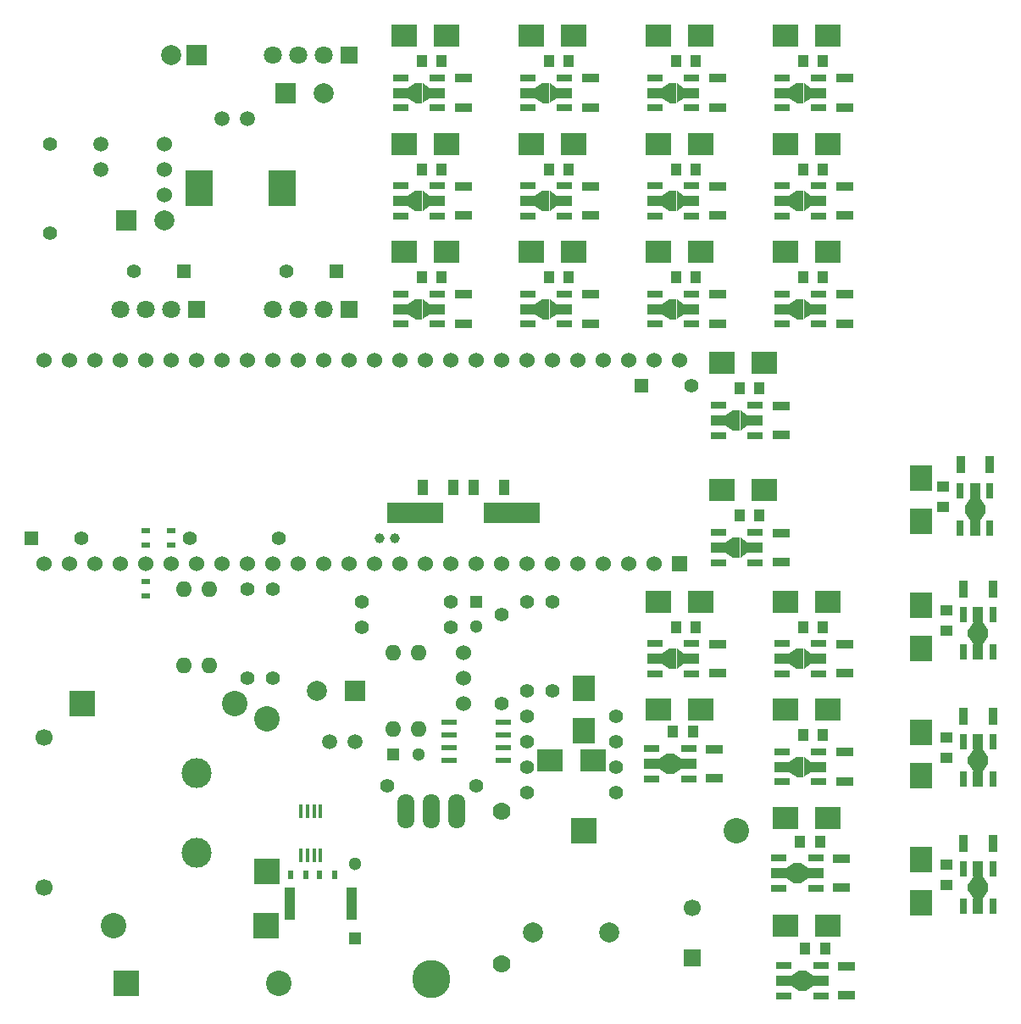
<source format=gts>
G04 #@! TF.FileFunction,Soldermask,Top*
%FSLAX46Y46*%
G04 Gerber Fmt 4.6, Leading zero omitted, Abs format (unit mm)*
G04 Created by KiCad (PCBNEW 4.0.0-rc1-stable) date 2015/09/16 10:56:14*
%MOMM*%
G01*
G04 APERTURE LIST*
%ADD10C,0.100000*%
%ADD11R,1.524000X1.524000*%
%ADD12C,1.524000*%
%ADD13R,1.400000X1.400000*%
%ADD14C,1.400000*%
%ADD15R,1.300000X1.300000*%
%ADD16C,1.300000*%
%ADD17C,1.501140*%
%ADD18C,1.700000*%
%ADD19R,1.700000X1.700000*%
%ADD20C,3.000000*%
%ADD21C,2.540000*%
%ADD22R,2.540000X2.540000*%
%ADD23C,1.998980*%
%ADD24R,1.998980X1.998980*%
%ADD25R,2.700000X3.600000*%
%ADD26O,1.699260X3.500120*%
%ADD27C,3.799840*%
%ADD28C,1.397000*%
%ADD29C,1.778000*%
%ADD30O,1.600000X1.600000*%
%ADD31R,1.550000X0.600000*%
%ADD32R,0.450000X1.450000*%
%ADD33R,5.600700X2.100580*%
%ADD34C,1.000760*%
%ADD35C,2.000000*%
%ADD36R,2.000000X2.000000*%
%ADD37C,1.800000*%
%ADD38R,1.800000X1.800000*%
%ADD39R,1.000000X1.600000*%
%ADD40R,1.250000X1.000000*%
%ADD41R,1.000000X1.250000*%
%ADD42R,2.499360X2.301240*%
%ADD43R,2.301240X2.499360*%
%ADD44R,0.900000X0.500000*%
%ADD45R,0.500000X0.900000*%
%ADD46R,1.000000X3.200000*%
%ADD47R,0.900000X1.700000*%
%ADD48R,1.700000X0.900000*%
%ADD49R,0.701040X1.501140*%
%ADD50R,1.000760X1.501140*%
%ADD51R,1.998980X0.800100*%
%ADD52R,1.501140X0.701040*%
%ADD53R,1.501140X1.000760*%
%ADD54R,0.800100X1.998980*%
G04 APERTURE END LIST*
D10*
D11*
X66040000Y45085000D03*
D12*
X63500000Y45085000D03*
X60960000Y45085000D03*
X58420000Y45085000D03*
X55880000Y45085000D03*
X53340000Y45085000D03*
X50800000Y45085000D03*
X48260000Y45085000D03*
X45720000Y45085000D03*
X43180000Y45085000D03*
X40640000Y45085000D03*
X38100000Y45085000D03*
X35560000Y45085000D03*
X33020000Y45085000D03*
X30480000Y45085000D03*
X27940000Y45085000D03*
X25400000Y45085000D03*
X22860000Y45085000D03*
X20320000Y45085000D03*
X17780000Y45085000D03*
X15240000Y45085000D03*
X12700000Y45085000D03*
X10160000Y45085000D03*
X7620000Y45085000D03*
X5080000Y45085000D03*
X2540000Y45085000D03*
X5080000Y65405000D03*
X7620000Y65405000D03*
X10160000Y65405000D03*
X12700000Y65405000D03*
X15240000Y65405000D03*
X17780000Y65405000D03*
X20320000Y65405000D03*
X22860000Y65405000D03*
X25400000Y65405000D03*
X27940000Y65405000D03*
X30480000Y65405000D03*
X33020000Y65405000D03*
X35560000Y65405000D03*
X38100000Y65405000D03*
X40640000Y65405000D03*
X43180000Y65405000D03*
X45720000Y65405000D03*
X48260000Y65405000D03*
X50800000Y65405000D03*
X53340000Y65405000D03*
X55880000Y65405000D03*
X58420000Y65405000D03*
X60960000Y65405000D03*
X63500000Y65405000D03*
X66040000Y65405000D03*
X2540000Y65405000D03*
D13*
X1270000Y47625000D03*
D14*
X6270000Y47625000D03*
D13*
X16510000Y74295000D03*
D14*
X11510000Y74295000D03*
D13*
X31750000Y74295000D03*
D14*
X26750000Y74295000D03*
D13*
X62230000Y62865000D03*
D14*
X67230000Y62865000D03*
D15*
X45720000Y41275000D03*
D16*
X45720000Y38775000D03*
D15*
X37465000Y26035000D03*
D16*
X39965000Y26035000D03*
D15*
X33655000Y7620000D03*
D16*
X33655000Y15120000D03*
D17*
X20320000Y89535000D03*
X22860000Y89535000D03*
D18*
X67310000Y10715000D03*
D19*
X67310000Y5715000D03*
D17*
X31115000Y27305000D03*
X33655000Y27305000D03*
X8255000Y86995000D03*
X8255000Y84455000D03*
D20*
X17780000Y24130000D03*
X17780000Y16210000D03*
D18*
X2580000Y27670000D03*
X2580000Y12670000D03*
D21*
X9523780Y8892960D03*
D22*
X24763780Y8892960D03*
D21*
X26036220Y3172040D03*
D22*
X10796220Y3172040D03*
D21*
X24767960Y29529220D03*
D22*
X24767960Y14289220D03*
D21*
X21591220Y31112040D03*
D22*
X6351220Y31112040D03*
D23*
X29845000Y32385000D03*
D24*
X33655000Y32385000D03*
D23*
X14605000Y79375000D03*
D24*
X10795000Y79375000D03*
D21*
X71756220Y18412040D03*
D22*
X56516220Y18412040D03*
D23*
X30480000Y92075000D03*
D24*
X26670000Y92075000D03*
D25*
X18075000Y82550000D03*
X26375000Y82550000D03*
D23*
X51435000Y8255000D03*
X59055000Y8255000D03*
D26*
X41275000Y20320000D03*
X43815000Y20320000D03*
X38735000Y20320000D03*
D27*
X41275000Y3556000D03*
D28*
X34290000Y41275000D03*
X43180000Y41275000D03*
X17145000Y47625000D03*
X26035000Y47625000D03*
X34290000Y38735000D03*
X43180000Y38735000D03*
X50800000Y32385000D03*
X50800000Y41275000D03*
X3175000Y78105000D03*
X3175000Y86995000D03*
X48260000Y31115000D03*
X48260000Y40005000D03*
X22860000Y33655000D03*
X22860000Y42545000D03*
X53340000Y41275000D03*
X53340000Y32385000D03*
X25400000Y42545000D03*
X25400000Y33655000D03*
X59690000Y29845000D03*
X50800000Y29845000D03*
X59690000Y27305000D03*
X50800000Y27305000D03*
X50800000Y24765000D03*
X59690000Y24765000D03*
X50800000Y22225000D03*
X59690000Y22225000D03*
X45720000Y22860000D03*
X36830000Y22860000D03*
D29*
X48260000Y20320000D03*
X48260000Y5080000D03*
D12*
X44450000Y33655000D03*
X44450000Y36195000D03*
X44450000Y31115000D03*
D30*
X16510000Y42545000D03*
X19050000Y42545000D03*
X19050000Y34925000D03*
X16510000Y34925000D03*
X37465000Y36195000D03*
X40005000Y36195000D03*
X40005000Y28575000D03*
X37465000Y28575000D03*
D31*
X43020000Y29210000D03*
X43020000Y27940000D03*
X43020000Y26670000D03*
X43020000Y25400000D03*
X48420000Y25400000D03*
X48420000Y26670000D03*
X48420000Y27940000D03*
X48420000Y29210000D03*
D32*
X28235000Y15898000D03*
X28885000Y15898000D03*
X29535000Y15898000D03*
X30185000Y15898000D03*
X30185000Y20298000D03*
X29535000Y20298000D03*
X28885000Y20298000D03*
X28235000Y20298000D03*
D12*
X14605000Y84455000D03*
X14605000Y81915000D03*
X14605000Y86995000D03*
D33*
X49298860Y50165000D03*
X39601140Y50165000D03*
D34*
X37579300Y47625000D03*
X36080700Y47625000D03*
D35*
X15240000Y95885000D03*
D36*
X17780000Y95885000D03*
D37*
X15240000Y70485000D03*
D38*
X17780000Y70485000D03*
D37*
X12700000Y70485000D03*
X10160000Y70485000D03*
X30480000Y70485000D03*
D38*
X33020000Y70485000D03*
D37*
X27940000Y70485000D03*
X25400000Y70485000D03*
X30480000Y95885000D03*
D38*
X33020000Y95885000D03*
D37*
X27940000Y95885000D03*
X25400000Y95885000D03*
D39*
X48490000Y52705000D03*
X45490000Y52705000D03*
X40410000Y52705000D03*
X43410000Y52705000D03*
D40*
X92392000Y52752000D03*
X92392000Y50752000D03*
X92710000Y40370000D03*
X92710000Y38370000D03*
X92710000Y27670000D03*
X92710000Y25670000D03*
X92710000Y14970000D03*
X92710000Y12970000D03*
D41*
X80565000Y6590000D03*
X78565000Y6590000D03*
X80055000Y17320000D03*
X78055000Y17320000D03*
X80375000Y27940000D03*
X78375000Y27940000D03*
X67357500Y28258000D03*
X65357500Y28258000D03*
X80375000Y38735000D03*
X78375000Y38735000D03*
X67675000Y38735000D03*
X65675000Y38735000D03*
X74025000Y49848000D03*
X72025000Y49848000D03*
X74025000Y62548000D03*
X72025000Y62548000D03*
X80375000Y73660000D03*
X78375000Y73660000D03*
X67675000Y73660000D03*
X65675000Y73660000D03*
X54975000Y73660000D03*
X52975000Y73660000D03*
X42275000Y73660000D03*
X40275000Y73660000D03*
X42275000Y84455000D03*
X40275000Y84455000D03*
X54975000Y84455000D03*
X52975000Y84455000D03*
X67675000Y84455000D03*
X65675000Y84455000D03*
X80375000Y84455000D03*
X78375000Y84455000D03*
X42275000Y95250000D03*
X40275000Y95250000D03*
X54975000Y95250000D03*
X52975000Y95250000D03*
X67675000Y95250000D03*
X65675000Y95250000D03*
X80375000Y95250000D03*
X78375000Y95250000D03*
D42*
X53096160Y25400000D03*
X57393840Y25400000D03*
D43*
X56515000Y28331160D03*
X56515000Y32628840D03*
X90170000Y53583840D03*
X90170000Y49286160D03*
X90170000Y40883840D03*
X90170000Y36586160D03*
X90170000Y28183840D03*
X90170000Y23886160D03*
X90170000Y15483840D03*
X90170000Y11186160D03*
D42*
X80888840Y8890000D03*
X76591160Y8890000D03*
X80888840Y19685000D03*
X76591160Y19685000D03*
X80888840Y30480000D03*
X76591160Y30480000D03*
X68188840Y30480000D03*
X63891160Y30480000D03*
X80888840Y41275000D03*
X76591160Y41275000D03*
X68188840Y41275000D03*
X63891160Y41275000D03*
X74538840Y52388000D03*
X70241160Y52388000D03*
X74538840Y65088000D03*
X70241160Y65088000D03*
X80888840Y76200000D03*
X76591160Y76200000D03*
X68188840Y76200000D03*
X63891160Y76200000D03*
X55488840Y76200000D03*
X51191160Y76200000D03*
X42788840Y76200000D03*
X38491160Y76200000D03*
X42788840Y86995000D03*
X38491160Y86995000D03*
X55488840Y86995000D03*
X51191160Y86995000D03*
X68188840Y86995000D03*
X63891160Y86995000D03*
X80888840Y86995000D03*
X76591160Y86995000D03*
X42788840Y97790000D03*
X38491160Y97790000D03*
X55488840Y97790000D03*
X51191160Y97790000D03*
X68188840Y97790000D03*
X63891160Y97790000D03*
X80888840Y97790000D03*
X76591160Y97790000D03*
D44*
X12700000Y41795000D03*
X12700000Y43295000D03*
X12700000Y46875000D03*
X12700000Y48375000D03*
D45*
X27190000Y13970000D03*
X28690000Y13970000D03*
D46*
X33262500Y11112000D03*
X27062500Y11112000D03*
D45*
X30047500Y13970000D03*
X31547500Y13970000D03*
D44*
X15240000Y46875000D03*
X15240000Y48375000D03*
D47*
X94118000Y54928000D03*
X97018000Y54928000D03*
X94435000Y42545000D03*
X97335000Y42545000D03*
X94435000Y29845000D03*
X97335000Y29845000D03*
X94435000Y17145000D03*
X97335000Y17145000D03*
D48*
X82740000Y4865000D03*
X82740000Y1965000D03*
X82230000Y15595000D03*
X82230000Y12695000D03*
X82550000Y26215000D03*
X82550000Y23315000D03*
X69532500Y26532000D03*
X69532500Y23632000D03*
X82550000Y37010000D03*
X82550000Y34110000D03*
X69850000Y37010000D03*
X69850000Y34110000D03*
X76200000Y48122000D03*
X76200000Y45222000D03*
X76200000Y60822000D03*
X76200000Y57922000D03*
X82550000Y71935000D03*
X82550000Y69035000D03*
X69850000Y71935000D03*
X69850000Y69035000D03*
X57150000Y71935000D03*
X57150000Y69035000D03*
X44450000Y71935000D03*
X44450000Y69035000D03*
X44450000Y82730000D03*
X44450000Y79830000D03*
X57150000Y82730000D03*
X57150000Y79830000D03*
X69850000Y82730000D03*
X69850000Y79830000D03*
X82550000Y82730000D03*
X82550000Y79830000D03*
X44450000Y93525000D03*
X44450000Y90625000D03*
X57150000Y93525000D03*
X57150000Y90625000D03*
X69850000Y93525000D03*
X69850000Y90625000D03*
X82550000Y93525000D03*
X82550000Y90625000D03*
D10*
G36*
X94567240Y50833790D02*
X95067620Y51583090D01*
X96068380Y51583090D01*
X96568760Y50833790D01*
X94567240Y50833790D01*
X94567240Y50833790D01*
G37*
D49*
X94066860Y52333660D03*
X97069140Y52333660D03*
X94066860Y48630340D03*
D50*
X95568000Y48630340D03*
D49*
X97069140Y48630340D03*
D50*
X95568000Y52333660D03*
D10*
G36*
X96568760Y50130210D02*
X96068380Y49380910D01*
X95067620Y49380910D01*
X94567240Y50130210D01*
X96568760Y50130210D01*
X96568760Y50130210D01*
G37*
D51*
X95568000Y50482000D03*
D10*
G36*
X94884240Y38451790D02*
X95384620Y39201090D01*
X96385380Y39201090D01*
X96885760Y38451790D01*
X94884240Y38451790D01*
X94884240Y38451790D01*
G37*
D49*
X94383860Y39951660D03*
X97386140Y39951660D03*
X94383860Y36248340D03*
D50*
X95885000Y36248340D03*
D49*
X97386140Y36248340D03*
D50*
X95885000Y39951660D03*
D10*
G36*
X96885760Y37748210D02*
X96385380Y36998910D01*
X95384620Y36998910D01*
X94884240Y37748210D01*
X96885760Y37748210D01*
X96885760Y37748210D01*
G37*
D51*
X95885000Y38100000D03*
D10*
G36*
X94884240Y25751790D02*
X95384620Y26501090D01*
X96385380Y26501090D01*
X96885760Y25751790D01*
X94884240Y25751790D01*
X94884240Y25751790D01*
G37*
D49*
X94383860Y27251660D03*
X97386140Y27251660D03*
X94383860Y23548340D03*
D50*
X95885000Y23548340D03*
D49*
X97386140Y23548340D03*
D50*
X95885000Y27251660D03*
D10*
G36*
X96885760Y25048210D02*
X96385380Y24298910D01*
X95384620Y24298910D01*
X94884240Y25048210D01*
X96885760Y25048210D01*
X96885760Y25048210D01*
G37*
D51*
X95885000Y25400000D03*
D10*
G36*
X94884240Y13051790D02*
X95384620Y13801090D01*
X96385380Y13801090D01*
X96885760Y13051790D01*
X94884240Y13051790D01*
X94884240Y13051790D01*
G37*
D49*
X94383860Y14551660D03*
X97386140Y14551660D03*
X94383860Y10848340D03*
D50*
X95885000Y10848340D03*
D49*
X97386140Y10848340D03*
D50*
X95885000Y14551660D03*
D10*
G36*
X96885760Y12348210D02*
X96385380Y11598910D01*
X95384620Y11598910D01*
X94884240Y12348210D01*
X96885760Y12348210D01*
X96885760Y12348210D01*
G37*
D51*
X95885000Y12700000D03*
D10*
G36*
X78646790Y4415760D02*
X79396090Y3915380D01*
X79396090Y2914620D01*
X78646790Y2414240D01*
X78646790Y4415760D01*
X78646790Y4415760D01*
G37*
D52*
X80146660Y4916140D03*
X80146660Y1913860D03*
X76443340Y4916140D03*
D53*
X76443340Y3415000D03*
D52*
X76443340Y1913860D03*
D53*
X80146660Y3415000D03*
D10*
G36*
X77943210Y2414240D02*
X77193910Y2914620D01*
X77193910Y3915380D01*
X77943210Y4415760D01*
X77943210Y2414240D01*
X77943210Y2414240D01*
G37*
D54*
X78295000Y3415000D03*
D10*
G36*
X78136790Y15145760D02*
X78886090Y14645380D01*
X78886090Y13644620D01*
X78136790Y13144240D01*
X78136790Y15145760D01*
X78136790Y15145760D01*
G37*
D52*
X79636660Y15646140D03*
X79636660Y12643860D03*
X75933340Y15646140D03*
D53*
X75933340Y14145000D03*
D52*
X75933340Y12643860D03*
D53*
X79636660Y14145000D03*
D10*
G36*
X77433210Y13144240D02*
X76683910Y13644620D01*
X76683910Y14645380D01*
X77433210Y15145760D01*
X77433210Y13144240D01*
X77433210Y13144240D01*
G37*
D54*
X77785000Y14145000D03*
D10*
G36*
X78456790Y25765760D02*
X79206090Y25265380D01*
X79206090Y24264620D01*
X78456790Y23764240D01*
X78456790Y25765760D01*
X78456790Y25765760D01*
G37*
D52*
X79956660Y26266140D03*
X79956660Y23263860D03*
X76253340Y26266140D03*
D53*
X76253340Y24765000D03*
D52*
X76253340Y23263860D03*
D53*
X79956660Y24765000D03*
D10*
G36*
X77753210Y23764240D02*
X77003910Y24264620D01*
X77003910Y25265380D01*
X77753210Y25765760D01*
X77753210Y23764240D01*
X77753210Y23764240D01*
G37*
D54*
X78105000Y24765000D03*
D10*
G36*
X65439290Y26082760D02*
X66188590Y25582380D01*
X66188590Y24581620D01*
X65439290Y24081240D01*
X65439290Y26082760D01*
X65439290Y26082760D01*
G37*
D52*
X66939160Y26583140D03*
X66939160Y23580860D03*
X63235840Y26583140D03*
D53*
X63235840Y25082000D03*
D52*
X63235840Y23580860D03*
D53*
X66939160Y25082000D03*
D10*
G36*
X64735710Y24081240D02*
X63986410Y24581620D01*
X63986410Y25582380D01*
X64735710Y26082760D01*
X64735710Y24081240D01*
X64735710Y24081240D01*
G37*
D54*
X65087500Y25082000D03*
D10*
G36*
X78456790Y36560760D02*
X79206090Y36060380D01*
X79206090Y35059620D01*
X78456790Y34559240D01*
X78456790Y36560760D01*
X78456790Y36560760D01*
G37*
D52*
X79956660Y37061140D03*
X79956660Y34058860D03*
X76253340Y37061140D03*
D53*
X76253340Y35560000D03*
D52*
X76253340Y34058860D03*
D53*
X79956660Y35560000D03*
D10*
G36*
X77753210Y34559240D02*
X77003910Y35059620D01*
X77003910Y36060380D01*
X77753210Y36560760D01*
X77753210Y34559240D01*
X77753210Y34559240D01*
G37*
D54*
X78105000Y35560000D03*
D10*
G36*
X65756790Y36560760D02*
X66506090Y36060380D01*
X66506090Y35059620D01*
X65756790Y34559240D01*
X65756790Y36560760D01*
X65756790Y36560760D01*
G37*
D52*
X67256660Y37061140D03*
X67256660Y34058860D03*
X63553340Y37061140D03*
D53*
X63553340Y35560000D03*
D52*
X63553340Y34058860D03*
D53*
X67256660Y35560000D03*
D10*
G36*
X65053210Y34559240D02*
X64303910Y35059620D01*
X64303910Y36060380D01*
X65053210Y36560760D01*
X65053210Y34559240D01*
X65053210Y34559240D01*
G37*
D54*
X65405000Y35560000D03*
D10*
G36*
X72106790Y47672760D02*
X72856090Y47172380D01*
X72856090Y46171620D01*
X72106790Y45671240D01*
X72106790Y47672760D01*
X72106790Y47672760D01*
G37*
D52*
X73606660Y48173140D03*
X73606660Y45170860D03*
X69903340Y48173140D03*
D53*
X69903340Y46672000D03*
D52*
X69903340Y45170860D03*
D53*
X73606660Y46672000D03*
D10*
G36*
X71403210Y45671240D02*
X70653910Y46171620D01*
X70653910Y47172380D01*
X71403210Y47672760D01*
X71403210Y45671240D01*
X71403210Y45671240D01*
G37*
D54*
X71755000Y46672000D03*
D10*
G36*
X72106790Y60372760D02*
X72856090Y59872380D01*
X72856090Y58871620D01*
X72106790Y58371240D01*
X72106790Y60372760D01*
X72106790Y60372760D01*
G37*
D52*
X73606660Y60873140D03*
X73606660Y57870860D03*
X69903340Y60873140D03*
D53*
X69903340Y59372000D03*
D52*
X69903340Y57870860D03*
D53*
X73606660Y59372000D03*
D10*
G36*
X71403210Y58371240D02*
X70653910Y58871620D01*
X70653910Y59872380D01*
X71403210Y60372760D01*
X71403210Y58371240D01*
X71403210Y58371240D01*
G37*
D54*
X71755000Y59372000D03*
D10*
G36*
X78456790Y71485760D02*
X79206090Y70985380D01*
X79206090Y69984620D01*
X78456790Y69484240D01*
X78456790Y71485760D01*
X78456790Y71485760D01*
G37*
D52*
X79956660Y71986140D03*
X79956660Y68983860D03*
X76253340Y71986140D03*
D53*
X76253340Y70485000D03*
D52*
X76253340Y68983860D03*
D53*
X79956660Y70485000D03*
D10*
G36*
X77753210Y69484240D02*
X77003910Y69984620D01*
X77003910Y70985380D01*
X77753210Y71485760D01*
X77753210Y69484240D01*
X77753210Y69484240D01*
G37*
D54*
X78105000Y70485000D03*
D10*
G36*
X65756790Y71485760D02*
X66506090Y70985380D01*
X66506090Y69984620D01*
X65756790Y69484240D01*
X65756790Y71485760D01*
X65756790Y71485760D01*
G37*
D52*
X67256660Y71986140D03*
X67256660Y68983860D03*
X63553340Y71986140D03*
D53*
X63553340Y70485000D03*
D52*
X63553340Y68983860D03*
D53*
X67256660Y70485000D03*
D10*
G36*
X65053210Y69484240D02*
X64303910Y69984620D01*
X64303910Y70985380D01*
X65053210Y71485760D01*
X65053210Y69484240D01*
X65053210Y69484240D01*
G37*
D54*
X65405000Y70485000D03*
D10*
G36*
X53056790Y71485760D02*
X53806090Y70985380D01*
X53806090Y69984620D01*
X53056790Y69484240D01*
X53056790Y71485760D01*
X53056790Y71485760D01*
G37*
D52*
X54556660Y71986140D03*
X54556660Y68983860D03*
X50853340Y71986140D03*
D53*
X50853340Y70485000D03*
D52*
X50853340Y68983860D03*
D53*
X54556660Y70485000D03*
D10*
G36*
X52353210Y69484240D02*
X51603910Y69984620D01*
X51603910Y70985380D01*
X52353210Y71485760D01*
X52353210Y69484240D01*
X52353210Y69484240D01*
G37*
D54*
X52705000Y70485000D03*
D10*
G36*
X40356790Y71485760D02*
X41106090Y70985380D01*
X41106090Y69984620D01*
X40356790Y69484240D01*
X40356790Y71485760D01*
X40356790Y71485760D01*
G37*
D52*
X41856660Y71986140D03*
X41856660Y68983860D03*
X38153340Y71986140D03*
D53*
X38153340Y70485000D03*
D52*
X38153340Y68983860D03*
D53*
X41856660Y70485000D03*
D10*
G36*
X39653210Y69484240D02*
X38903910Y69984620D01*
X38903910Y70985380D01*
X39653210Y71485760D01*
X39653210Y69484240D01*
X39653210Y69484240D01*
G37*
D54*
X40005000Y70485000D03*
D10*
G36*
X40356790Y82280760D02*
X41106090Y81780380D01*
X41106090Y80779620D01*
X40356790Y80279240D01*
X40356790Y82280760D01*
X40356790Y82280760D01*
G37*
D52*
X41856660Y82781140D03*
X41856660Y79778860D03*
X38153340Y82781140D03*
D53*
X38153340Y81280000D03*
D52*
X38153340Y79778860D03*
D53*
X41856660Y81280000D03*
D10*
G36*
X39653210Y80279240D02*
X38903910Y80779620D01*
X38903910Y81780380D01*
X39653210Y82280760D01*
X39653210Y80279240D01*
X39653210Y80279240D01*
G37*
D54*
X40005000Y81280000D03*
D10*
G36*
X53056790Y82280760D02*
X53806090Y81780380D01*
X53806090Y80779620D01*
X53056790Y80279240D01*
X53056790Y82280760D01*
X53056790Y82280760D01*
G37*
D52*
X54556660Y82781140D03*
X54556660Y79778860D03*
X50853340Y82781140D03*
D53*
X50853340Y81280000D03*
D52*
X50853340Y79778860D03*
D53*
X54556660Y81280000D03*
D10*
G36*
X52353210Y80279240D02*
X51603910Y80779620D01*
X51603910Y81780380D01*
X52353210Y82280760D01*
X52353210Y80279240D01*
X52353210Y80279240D01*
G37*
D54*
X52705000Y81280000D03*
D10*
G36*
X65756790Y82280760D02*
X66506090Y81780380D01*
X66506090Y80779620D01*
X65756790Y80279240D01*
X65756790Y82280760D01*
X65756790Y82280760D01*
G37*
D52*
X67256660Y82781140D03*
X67256660Y79778860D03*
X63553340Y82781140D03*
D53*
X63553340Y81280000D03*
D52*
X63553340Y79778860D03*
D53*
X67256660Y81280000D03*
D10*
G36*
X65053210Y80279240D02*
X64303910Y80779620D01*
X64303910Y81780380D01*
X65053210Y82280760D01*
X65053210Y80279240D01*
X65053210Y80279240D01*
G37*
D54*
X65405000Y81280000D03*
D10*
G36*
X78456790Y82280760D02*
X79206090Y81780380D01*
X79206090Y80779620D01*
X78456790Y80279240D01*
X78456790Y82280760D01*
X78456790Y82280760D01*
G37*
D52*
X79956660Y82781140D03*
X79956660Y79778860D03*
X76253340Y82781140D03*
D53*
X76253340Y81280000D03*
D52*
X76253340Y79778860D03*
D53*
X79956660Y81280000D03*
D10*
G36*
X77753210Y80279240D02*
X77003910Y80779620D01*
X77003910Y81780380D01*
X77753210Y82280760D01*
X77753210Y80279240D01*
X77753210Y80279240D01*
G37*
D54*
X78105000Y81280000D03*
D10*
G36*
X40356790Y93075760D02*
X41106090Y92575380D01*
X41106090Y91574620D01*
X40356790Y91074240D01*
X40356790Y93075760D01*
X40356790Y93075760D01*
G37*
D52*
X41856660Y93576140D03*
X41856660Y90573860D03*
X38153340Y93576140D03*
D53*
X38153340Y92075000D03*
D52*
X38153340Y90573860D03*
D53*
X41856660Y92075000D03*
D10*
G36*
X39653210Y91074240D02*
X38903910Y91574620D01*
X38903910Y92575380D01*
X39653210Y93075760D01*
X39653210Y91074240D01*
X39653210Y91074240D01*
G37*
D54*
X40005000Y92075000D03*
D10*
G36*
X53056790Y93075760D02*
X53806090Y92575380D01*
X53806090Y91574620D01*
X53056790Y91074240D01*
X53056790Y93075760D01*
X53056790Y93075760D01*
G37*
D52*
X54556660Y93576140D03*
X54556660Y90573860D03*
X50853340Y93576140D03*
D53*
X50853340Y92075000D03*
D52*
X50853340Y90573860D03*
D53*
X54556660Y92075000D03*
D10*
G36*
X52353210Y91074240D02*
X51603910Y91574620D01*
X51603910Y92575380D01*
X52353210Y93075760D01*
X52353210Y91074240D01*
X52353210Y91074240D01*
G37*
D54*
X52705000Y92075000D03*
D10*
G36*
X65756790Y93075760D02*
X66506090Y92575380D01*
X66506090Y91574620D01*
X65756790Y91074240D01*
X65756790Y93075760D01*
X65756790Y93075760D01*
G37*
D52*
X67256660Y93576140D03*
X67256660Y90573860D03*
X63553340Y93576140D03*
D53*
X63553340Y92075000D03*
D52*
X63553340Y90573860D03*
D53*
X67256660Y92075000D03*
D10*
G36*
X65053210Y91074240D02*
X64303910Y91574620D01*
X64303910Y92575380D01*
X65053210Y93075760D01*
X65053210Y91074240D01*
X65053210Y91074240D01*
G37*
D54*
X65405000Y92075000D03*
D10*
G36*
X78456790Y93075760D02*
X79206090Y92575380D01*
X79206090Y91574620D01*
X78456790Y91074240D01*
X78456790Y93075760D01*
X78456790Y93075760D01*
G37*
D52*
X79956660Y93576140D03*
X79956660Y90573860D03*
X76253340Y93576140D03*
D53*
X76253340Y92075000D03*
D52*
X76253340Y90573860D03*
D53*
X79956660Y92075000D03*
D10*
G36*
X77753210Y91074240D02*
X77003910Y91574620D01*
X77003910Y92575380D01*
X77753210Y93075760D01*
X77753210Y91074240D01*
X77753210Y91074240D01*
G37*
D54*
X78105000Y92075000D03*
M02*

</source>
